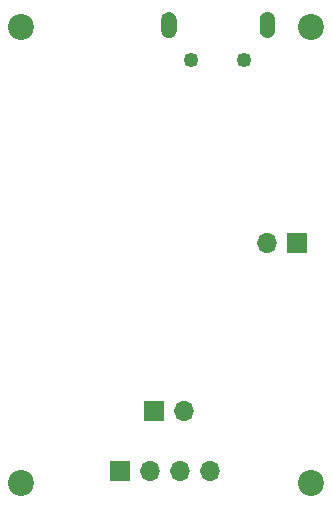
<source format=gbs>
G04 #@! TF.GenerationSoftware,KiCad,Pcbnew,8.0.1*
G04 #@! TF.CreationDate,2024-12-01T21:33:56-08:00*
G04 #@! TF.ProjectId,ledFlicker,6c656446-6c69-4636-9b65-722e6b696361,rev?*
G04 #@! TF.SameCoordinates,Original*
G04 #@! TF.FileFunction,Soldermask,Bot*
G04 #@! TF.FilePolarity,Negative*
%FSLAX46Y46*%
G04 Gerber Fmt 4.6, Leading zero omitted, Abs format (unit mm)*
G04 Created by KiCad (PCBNEW 8.0.1) date 2024-12-01 21:33:56*
%MOMM*%
%LPD*%
G01*
G04 APERTURE LIST*
%ADD10C,0.010000*%
%ADD11C,1.252400*%
%ADD12C,2.200000*%
%ADD13R,1.700000X1.700000*%
%ADD14O,1.700000X1.700000*%
G04 APERTURE END LIST*
D10*
X170254000Y-31129500D02*
X170285000Y-31132500D01*
X170317000Y-31136500D01*
X170348000Y-31142500D01*
X170378000Y-31149500D01*
X170409000Y-31158500D01*
X170438000Y-31169500D01*
X170468000Y-31181500D01*
X170496000Y-31194500D01*
X170524000Y-31209500D01*
X170551000Y-31226500D01*
X170577000Y-31244500D01*
X170602000Y-31263500D01*
X170626000Y-31283500D01*
X170649000Y-31305500D01*
X170670000Y-31328500D01*
X170691000Y-31352500D01*
X170710000Y-31377500D01*
X170728000Y-31403500D01*
X170744000Y-31430500D01*
X170759000Y-31457500D01*
X170773000Y-31486500D01*
X170785000Y-31515500D01*
X170796000Y-31545500D01*
X170804000Y-31575500D01*
X170812000Y-31606500D01*
X170818000Y-31637500D01*
X170822000Y-31668500D01*
X170824000Y-31699500D01*
X170825000Y-31733500D01*
X170825000Y-31734000D01*
X170825000Y-32624500D01*
X170824000Y-32658500D01*
X170822000Y-32689500D01*
X170818000Y-32720500D01*
X170812000Y-32751500D01*
X170804000Y-32782500D01*
X170796000Y-32812500D01*
X170785000Y-32842500D01*
X170773000Y-32871500D01*
X170759000Y-32900500D01*
X170744000Y-32927500D01*
X170728000Y-32954500D01*
X170710000Y-32980500D01*
X170691000Y-33005500D01*
X170670000Y-33029500D01*
X170649000Y-33052500D01*
X170626000Y-33074500D01*
X170602000Y-33094500D01*
X170577000Y-33113500D01*
X170551000Y-33131500D01*
X170524000Y-33148500D01*
X170496000Y-33163500D01*
X170468000Y-33176500D01*
X170438000Y-33188500D01*
X170409000Y-33199500D01*
X170378000Y-33208500D01*
X170348000Y-33215500D01*
X170317000Y-33221500D01*
X170285000Y-33225500D01*
X170254000Y-33228500D01*
X170225000Y-33229500D01*
X170191000Y-33228500D01*
X170159000Y-33225500D01*
X170127000Y-33221500D01*
X170096000Y-33215500D01*
X170065000Y-33208500D01*
X170035000Y-33199500D01*
X170005000Y-33188500D01*
X169975000Y-33176500D01*
X169947000Y-33162500D01*
X169919000Y-33147500D01*
X169892000Y-33130500D01*
X169865000Y-33112500D01*
X169840000Y-33093500D01*
X169816000Y-33072500D01*
X169793000Y-33051500D01*
X169771000Y-33028500D01*
X169750000Y-33003500D01*
X169731000Y-32978500D01*
X169713000Y-32952500D01*
X169696000Y-32925500D01*
X169681000Y-32897500D01*
X169668000Y-32868500D01*
X169655000Y-32839500D01*
X169645000Y-32809500D01*
X169636000Y-32778500D01*
X169628000Y-32747500D01*
X169622000Y-32716500D01*
X169618000Y-32685500D01*
X169616000Y-32653500D01*
X169615000Y-32624500D01*
X169615000Y-31733500D01*
X169616000Y-31704500D01*
X169618000Y-31672500D01*
X169622000Y-31641500D01*
X169628000Y-31610500D01*
X169636000Y-31579500D01*
X169645000Y-31548500D01*
X169655000Y-31518500D01*
X169668000Y-31489500D01*
X169681000Y-31460500D01*
X169696000Y-31432500D01*
X169713000Y-31405500D01*
X169731000Y-31379500D01*
X169750000Y-31354500D01*
X169771000Y-31329500D01*
X169793000Y-31306500D01*
X169816000Y-31285500D01*
X169840000Y-31264500D01*
X169865000Y-31245500D01*
X169892000Y-31227500D01*
X169919000Y-31210500D01*
X169947000Y-31195500D01*
X169975000Y-31181500D01*
X170005000Y-31169500D01*
X170035000Y-31158500D01*
X170065000Y-31149500D01*
X170096000Y-31142500D01*
X170127000Y-31136500D01*
X170159000Y-31132500D01*
X170191000Y-31129500D01*
X170225000Y-31128500D01*
X170254000Y-31129500D01*
G36*
X170254000Y-31129500D02*
G01*
X170285000Y-31132500D01*
X170317000Y-31136500D01*
X170348000Y-31142500D01*
X170378000Y-31149500D01*
X170409000Y-31158500D01*
X170438000Y-31169500D01*
X170468000Y-31181500D01*
X170496000Y-31194500D01*
X170524000Y-31209500D01*
X170551000Y-31226500D01*
X170577000Y-31244500D01*
X170602000Y-31263500D01*
X170626000Y-31283500D01*
X170649000Y-31305500D01*
X170670000Y-31328500D01*
X170691000Y-31352500D01*
X170710000Y-31377500D01*
X170728000Y-31403500D01*
X170744000Y-31430500D01*
X170759000Y-31457500D01*
X170773000Y-31486500D01*
X170785000Y-31515500D01*
X170796000Y-31545500D01*
X170804000Y-31575500D01*
X170812000Y-31606500D01*
X170818000Y-31637500D01*
X170822000Y-31668500D01*
X170824000Y-31699500D01*
X170825000Y-31733500D01*
X170825000Y-31734000D01*
X170825000Y-32624500D01*
X170824000Y-32658500D01*
X170822000Y-32689500D01*
X170818000Y-32720500D01*
X170812000Y-32751500D01*
X170804000Y-32782500D01*
X170796000Y-32812500D01*
X170785000Y-32842500D01*
X170773000Y-32871500D01*
X170759000Y-32900500D01*
X170744000Y-32927500D01*
X170728000Y-32954500D01*
X170710000Y-32980500D01*
X170691000Y-33005500D01*
X170670000Y-33029500D01*
X170649000Y-33052500D01*
X170626000Y-33074500D01*
X170602000Y-33094500D01*
X170577000Y-33113500D01*
X170551000Y-33131500D01*
X170524000Y-33148500D01*
X170496000Y-33163500D01*
X170468000Y-33176500D01*
X170438000Y-33188500D01*
X170409000Y-33199500D01*
X170378000Y-33208500D01*
X170348000Y-33215500D01*
X170317000Y-33221500D01*
X170285000Y-33225500D01*
X170254000Y-33228500D01*
X170225000Y-33229500D01*
X170191000Y-33228500D01*
X170159000Y-33225500D01*
X170127000Y-33221500D01*
X170096000Y-33215500D01*
X170065000Y-33208500D01*
X170035000Y-33199500D01*
X170005000Y-33188500D01*
X169975000Y-33176500D01*
X169947000Y-33162500D01*
X169919000Y-33147500D01*
X169892000Y-33130500D01*
X169865000Y-33112500D01*
X169840000Y-33093500D01*
X169816000Y-33072500D01*
X169793000Y-33051500D01*
X169771000Y-33028500D01*
X169750000Y-33003500D01*
X169731000Y-32978500D01*
X169713000Y-32952500D01*
X169696000Y-32925500D01*
X169681000Y-32897500D01*
X169668000Y-32868500D01*
X169655000Y-32839500D01*
X169645000Y-32809500D01*
X169636000Y-32778500D01*
X169628000Y-32747500D01*
X169622000Y-32716500D01*
X169618000Y-32685500D01*
X169616000Y-32653500D01*
X169615000Y-32624500D01*
X169615000Y-31733500D01*
X169616000Y-31704500D01*
X169618000Y-31672500D01*
X169622000Y-31641500D01*
X169628000Y-31610500D01*
X169636000Y-31579500D01*
X169645000Y-31548500D01*
X169655000Y-31518500D01*
X169668000Y-31489500D01*
X169681000Y-31460500D01*
X169696000Y-31432500D01*
X169713000Y-31405500D01*
X169731000Y-31379500D01*
X169750000Y-31354500D01*
X169771000Y-31329500D01*
X169793000Y-31306500D01*
X169816000Y-31285500D01*
X169840000Y-31264500D01*
X169865000Y-31245500D01*
X169892000Y-31227500D01*
X169919000Y-31210500D01*
X169947000Y-31195500D01*
X169975000Y-31181500D01*
X170005000Y-31169500D01*
X170035000Y-31158500D01*
X170065000Y-31149500D01*
X170096000Y-31142500D01*
X170127000Y-31136500D01*
X170159000Y-31132500D01*
X170191000Y-31129500D01*
X170225000Y-31128500D01*
X170254000Y-31129500D01*
G37*
X161909000Y-31129500D02*
X161941000Y-31132500D01*
X161973000Y-31136500D01*
X162004000Y-31142500D01*
X162035000Y-31149500D01*
X162065000Y-31158500D01*
X162095000Y-31169500D01*
X162125000Y-31181500D01*
X162153000Y-31195500D01*
X162181000Y-31210500D01*
X162208000Y-31227500D01*
X162235000Y-31245500D01*
X162260000Y-31264500D01*
X162284000Y-31285500D01*
X162307000Y-31306500D01*
X162329000Y-31329500D01*
X162350000Y-31354500D01*
X162369000Y-31379500D01*
X162387000Y-31405500D01*
X162404000Y-31432500D01*
X162419000Y-31460500D01*
X162432000Y-31489500D01*
X162445000Y-31518500D01*
X162455000Y-31548500D01*
X162464000Y-31579500D01*
X162472000Y-31610500D01*
X162478000Y-31641500D01*
X162482000Y-31672500D01*
X162484000Y-31704500D01*
X162485000Y-31733500D01*
X162485000Y-31734000D01*
X162485000Y-32624500D01*
X162484000Y-32653500D01*
X162482000Y-32685500D01*
X162478000Y-32716500D01*
X162472000Y-32747500D01*
X162464000Y-32778500D01*
X162455000Y-32809500D01*
X162445000Y-32839500D01*
X162432000Y-32868500D01*
X162419000Y-32897500D01*
X162404000Y-32925500D01*
X162387000Y-32952500D01*
X162369000Y-32978500D01*
X162350000Y-33003500D01*
X162329000Y-33028500D01*
X162307000Y-33051500D01*
X162284000Y-33072500D01*
X162260000Y-33093500D01*
X162235000Y-33112500D01*
X162208000Y-33130500D01*
X162181000Y-33147500D01*
X162153000Y-33162500D01*
X162125000Y-33176500D01*
X162095000Y-33188500D01*
X162065000Y-33199500D01*
X162035000Y-33208500D01*
X162004000Y-33215500D01*
X161973000Y-33221500D01*
X161941000Y-33225500D01*
X161909000Y-33228500D01*
X161875000Y-33229500D01*
X161846000Y-33228500D01*
X161815000Y-33225500D01*
X161783000Y-33221500D01*
X161752000Y-33215500D01*
X161722000Y-33208500D01*
X161691000Y-33199500D01*
X161662000Y-33188500D01*
X161632000Y-33176500D01*
X161604000Y-33163500D01*
X161576000Y-33148500D01*
X161549000Y-33131500D01*
X161523000Y-33113500D01*
X161498000Y-33094500D01*
X161474000Y-33074500D01*
X161451000Y-33052500D01*
X161430000Y-33029500D01*
X161409000Y-33005500D01*
X161390000Y-32980500D01*
X161372000Y-32954500D01*
X161356000Y-32927500D01*
X161341000Y-32900500D01*
X161327000Y-32871500D01*
X161315000Y-32842500D01*
X161304000Y-32812500D01*
X161296000Y-32782500D01*
X161288000Y-32751500D01*
X161282000Y-32720500D01*
X161278000Y-32689500D01*
X161276000Y-32658500D01*
X161275000Y-32624500D01*
X161275000Y-31733500D01*
X161276000Y-31699500D01*
X161278000Y-31668500D01*
X161282000Y-31637500D01*
X161288000Y-31606500D01*
X161296000Y-31575500D01*
X161304000Y-31545500D01*
X161315000Y-31515500D01*
X161327000Y-31486500D01*
X161341000Y-31457500D01*
X161356000Y-31430500D01*
X161372000Y-31403500D01*
X161390000Y-31377500D01*
X161409000Y-31352500D01*
X161430000Y-31328500D01*
X161451000Y-31305500D01*
X161474000Y-31283500D01*
X161498000Y-31263500D01*
X161523000Y-31244500D01*
X161549000Y-31226500D01*
X161576000Y-31209500D01*
X161604000Y-31194500D01*
X161632000Y-31181500D01*
X161662000Y-31169500D01*
X161691000Y-31158500D01*
X161722000Y-31149500D01*
X161752000Y-31142500D01*
X161783000Y-31136500D01*
X161815000Y-31132500D01*
X161846000Y-31129500D01*
X161875000Y-31128500D01*
X161909000Y-31129500D01*
G36*
X161909000Y-31129500D02*
G01*
X161941000Y-31132500D01*
X161973000Y-31136500D01*
X162004000Y-31142500D01*
X162035000Y-31149500D01*
X162065000Y-31158500D01*
X162095000Y-31169500D01*
X162125000Y-31181500D01*
X162153000Y-31195500D01*
X162181000Y-31210500D01*
X162208000Y-31227500D01*
X162235000Y-31245500D01*
X162260000Y-31264500D01*
X162284000Y-31285500D01*
X162307000Y-31306500D01*
X162329000Y-31329500D01*
X162350000Y-31354500D01*
X162369000Y-31379500D01*
X162387000Y-31405500D01*
X162404000Y-31432500D01*
X162419000Y-31460500D01*
X162432000Y-31489500D01*
X162445000Y-31518500D01*
X162455000Y-31548500D01*
X162464000Y-31579500D01*
X162472000Y-31610500D01*
X162478000Y-31641500D01*
X162482000Y-31672500D01*
X162484000Y-31704500D01*
X162485000Y-31733500D01*
X162485000Y-31734000D01*
X162485000Y-32624500D01*
X162484000Y-32653500D01*
X162482000Y-32685500D01*
X162478000Y-32716500D01*
X162472000Y-32747500D01*
X162464000Y-32778500D01*
X162455000Y-32809500D01*
X162445000Y-32839500D01*
X162432000Y-32868500D01*
X162419000Y-32897500D01*
X162404000Y-32925500D01*
X162387000Y-32952500D01*
X162369000Y-32978500D01*
X162350000Y-33003500D01*
X162329000Y-33028500D01*
X162307000Y-33051500D01*
X162284000Y-33072500D01*
X162260000Y-33093500D01*
X162235000Y-33112500D01*
X162208000Y-33130500D01*
X162181000Y-33147500D01*
X162153000Y-33162500D01*
X162125000Y-33176500D01*
X162095000Y-33188500D01*
X162065000Y-33199500D01*
X162035000Y-33208500D01*
X162004000Y-33215500D01*
X161973000Y-33221500D01*
X161941000Y-33225500D01*
X161909000Y-33228500D01*
X161875000Y-33229500D01*
X161846000Y-33228500D01*
X161815000Y-33225500D01*
X161783000Y-33221500D01*
X161752000Y-33215500D01*
X161722000Y-33208500D01*
X161691000Y-33199500D01*
X161662000Y-33188500D01*
X161632000Y-33176500D01*
X161604000Y-33163500D01*
X161576000Y-33148500D01*
X161549000Y-33131500D01*
X161523000Y-33113500D01*
X161498000Y-33094500D01*
X161474000Y-33074500D01*
X161451000Y-33052500D01*
X161430000Y-33029500D01*
X161409000Y-33005500D01*
X161390000Y-32980500D01*
X161372000Y-32954500D01*
X161356000Y-32927500D01*
X161341000Y-32900500D01*
X161327000Y-32871500D01*
X161315000Y-32842500D01*
X161304000Y-32812500D01*
X161296000Y-32782500D01*
X161288000Y-32751500D01*
X161282000Y-32720500D01*
X161278000Y-32689500D01*
X161276000Y-32658500D01*
X161275000Y-32624500D01*
X161275000Y-31733500D01*
X161276000Y-31699500D01*
X161278000Y-31668500D01*
X161282000Y-31637500D01*
X161288000Y-31606500D01*
X161296000Y-31575500D01*
X161304000Y-31545500D01*
X161315000Y-31515500D01*
X161327000Y-31486500D01*
X161341000Y-31457500D01*
X161356000Y-31430500D01*
X161372000Y-31403500D01*
X161390000Y-31377500D01*
X161409000Y-31352500D01*
X161430000Y-31328500D01*
X161451000Y-31305500D01*
X161474000Y-31283500D01*
X161498000Y-31263500D01*
X161523000Y-31244500D01*
X161549000Y-31226500D01*
X161576000Y-31209500D01*
X161604000Y-31194500D01*
X161632000Y-31181500D01*
X161662000Y-31169500D01*
X161691000Y-31158500D01*
X161722000Y-31149500D01*
X161752000Y-31142500D01*
X161783000Y-31136500D01*
X161815000Y-31132500D01*
X161846000Y-31129500D01*
X161875000Y-31128500D01*
X161909000Y-31129500D01*
G37*
D11*
X168275000Y-35179000D03*
X163825000Y-35179000D03*
D12*
X149390000Y-32385000D03*
X149390000Y-70985000D03*
D13*
X172725000Y-50673000D03*
D14*
X170185000Y-50673000D03*
D12*
X173990000Y-32385000D03*
D13*
X157744000Y-69977000D03*
D14*
X160284000Y-69977000D03*
X162824000Y-69977000D03*
X165364000Y-69977000D03*
D13*
X160650000Y-64897000D03*
D14*
X163190000Y-64897000D03*
D12*
X173990000Y-70985000D03*
M02*

</source>
